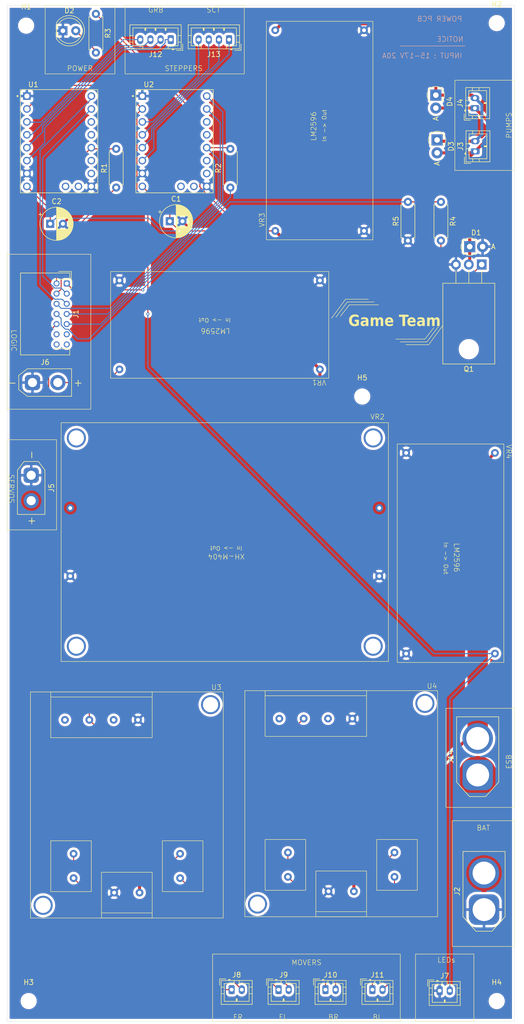
<source format=kicad_pcb>
(kicad_pcb (version 20240108) (generator "pcbnew") (generator_version "8.0")
  (layers (0 "F.Cu" signal) (31 "B.Cu" signal) (34 "B.Paste" user) (35 "F.Paste" user) (36 "B.SilkS" user "B.Silkscreen") (37 "F.SilkS" user "F.Silkscreen") (38 "B.Mask" user) (39 "F.Mask" user) (44 "Edge.Cuts" user))
  (net 0 "")
  (net 1 "GND")
  (net 2 "+12V")
  (net 3 "Net-(D1-K)")
  (net 4 "Net-(D2-A)")
  (net 5 "/grb-dir")
  (net 6 "/sc-step")
  (net 7 "/sc-rx")
  (net 8 "/grb-rx")
  (net 10 "/pump-rly")
  (net 11 "/sc-dir")
  (net 13 "/grb-tx")
  (net 16 "/grb-step")
  (net 17 "/sbr")
  (net 18 "/sc-tx")
  (net 19 "Net-(J14-Pin_1)")
  (net 20 "+5VPWR")
  (net 21 "+5V")
  (net 22 "+16.8V")
  (net 23 "+9V")
  (net 24 "Net-(Q1-G)")
  (net 25 "Net-(J8-Pin_1)")
  (net 26 "Net-(J8-Pin_2)")
  (net 27 "Net-(J9-Pin_2)")
  (net 28 "Net-(J9-Pin_1)")
  (net 29 "Net-(J10-Pin_2)")
  (net 30 "Net-(J10-Pin_1)")
  (net 31 "Net-(J11-Pin_1)")
  (net 32 "Net-(J11-Pin_2)")
  (net 33 "Net-(J12-Pin_3)")
  (net 34 "Net-(J12-Pin_1)")
  (net 35 "Net-(J12-Pin_4)")
  (net 36 "Net-(J12-Pin_2)")
  (net 37 "Net-(J13-Pin_2)")
  (net 38 "Net-(J13-Pin_3)")
  (net 39 "Net-(J13-Pin_1)")
  (net 40 "Net-(J13-Pin_4)")
  (footprint "MountingHole:MountingHole_2.7mm_M2.5" (layer "F.Cu") (at 242.75 234.25)
    (property "Reference" "H4" (at 0 -3.7 0) (layer "F.SilkS"))
    (property "Value" "MountingHole")
    (pad "" np_thru_hole circle (at 0 0) (size 2.7 2.7) (drill 2.7) (layers "*.Cu" "*.Mask"))
  )
  (footprint "Diode_THT:D_DO-41_SOD81_P2.54mm_Vertical_AnodeUp" (layer "F.Cu") (at 231 64.75 -90)
    (property "Reference" "D3" (at 1.27 -2.750635 -90) (layer "F.SilkS"))
    (property "Value" "IN4007")
    (fp_text user "A" (at 4.64 0 -90) (layer "F.SilkS"))
    (pad "1" thru_hole rect (at 0 0 270) (size 2.2 2.2) (drill 1.1) (layers "*.Cu" "*.Mask") (net 2 "+12V"))
    (pad "2" thru_hole oval (at 2.54 0 270) (size 2.2 2.2) (drill 1.1) (layers "*.Cu" "*.Mask") (net 3 "Net-(D1-K)"))
  )
  (footprint "Connector_JST:JST_PH_B2B-PH-K_1x02_P2.00mm_Vertical" (layer "F.Cu") (at 238.5 67 90)
    (property "Reference" "J3" (at 1 -2.9 90) (layer "F.SilkS"))
    (property "Value" "B2B-PH")
    (pad "1" thru_hole roundrect (at 0 0 90) (size 1.2 1.75) (drill 0.75) (layers "*.Cu" "*.Mask") (roundrect_rratio 0.208333) (net 3 "Net-(D1-K)"))
    (pad "2" thru_hole oval (at 2 0 90) (size 1.2 1.75) (drill 0.75) (layers "*.Cu" "*.Mask") (net 2 "+12V"))
  )
  (footprint "MountingHole:MountingHole_2.7mm_M2.5" (layer "F.Cu") (at 216.25 115.25)
    (property "Reference" "H5" (at 0 -3.7 0) (layer "F.SilkS"))
    (property "Value" "MountingHole")
    (pad "" np_thru_hole circle (at 0 0) (size 2.7 2.7) (drill 2.7) (layers "*.Cu" "*.Mask"))
  )
  (footprint "Package_TO_SOT_THT:TO-220-3_Horizontal_TabDown" (layer "F.Cu") (at 239.79 89.27 180)
    (property "Reference" "Q1" (at 2.54 -20.58 0) (layer "F.SilkS"))
    (property "Value" "IRLZ44N" (hide yes))
    (pad "" np_thru_hole circle (at 2.54 -16.66 180) (size 3.5 3.5) (drill 3.5) (layers "*.Cu" "*.Mask"))
    (pad "1" thru_hole rect (at 0 0 180) (size 1.905 2) (drill 1.1) (layers "*.Cu" "*.Mask") (net 24 "Net-(Q1-G)"))
    (pad "2" thru_hole oval (at 2.54 0 180) (size 1.905 2) (drill 1.1) (layers "*.Cu" "*.Mask") (net 3 "Net-(D1-K)"))
    (pad "3" thru_hole oval (at 5.08 0 180) (size 1.905 2) (drill 1.1) (layers "*.Cu" "*.Mask") (net 1 "GND"))
  )
  (footprint "Connector_JST:JST_PH_B2B-PH-K_1x02_P2.00mm_Vertical" (layer "F.Cu") (at 190.5 232)
    (property "Reference" "J8" (at 1 -2.9 0) (layer "F.SilkS"))
    (property "Value" "B2B-PH")
    (pad "1" thru_hole roundrect (at 0 0) (size 1.2 1.75) (drill 0.75) (layers "*.Cu" "*.Mask") (roundrect_rratio 0.208333) (net 25 "Net-(J8-Pin_1)"))
    (pad "2" thru_hole oval (at 2 0) (size 1.2 1.75) (drill 0.75) (layers "*.Cu" "*.Mask") (net 26 "Net-(J8-Pin_2)"))
  )
  (footprint "Connector_JST:JST_PH_B2B-PH-K_1x02_P2.00mm_Vertical" (layer "F.Cu") (at 218.25 232)
    (property "Reference" "J11" (at 1 -2.9 0) (layer "F.SilkS"))
    (property "Value" "B2B-PH")
    (pad "1" thru_hole roundrect (at 0 0) (size 1.2 1.75) (drill 0.75) (layers "*.Cu" "*.Mask") (roundrect_rratio 0.208333) (net 31 "Net-(J11-Pin_1)"))
    (pad "2" thru_hole oval (at 2 0) (size 1.2 1.75) (drill 0.75) (layers "*.Cu" "*.Mask") (net 32 "Net-(J11-Pin_2)"))
  )
  (footprint "MountingHole:MountingHole_2.7mm_M2.5" (layer "F.Cu") (at 150.5 234.25)
    (property "Reference" "H3" (at 0 -3.7 0) (layer "F.SilkS"))
    (property "Value" "MountingHole")
    (pad "" np_thru_hole circle (at 0 0) (size 2.7 2.7) (drill 2.7) (layers "*.Cu" "*.Mask"))
  )
  (footprint "Connector_JST:JST_PH_B2B-PH-K_1x02_P2.00mm_Vertical" (layer "F.Cu") (at 231.5 232.2)
    (property "Reference" "J7" (at 1 -2.9 0) (layer "F.SilkS"))
    (property "Value" "B2B-PH")
    (pad "1" thru_hole roundrect (at 0 0) (size 1.2 1.75) (drill 0.75) (layers "*.Cu" "*.Mask") (roundrect_rratio 0.208333) (net 1 "GND"))
    (pad "2" thru_hole oval (at 2 0) (size 1.2 1.75) (drill 0.75) (layers "*.Cu" "*.Mask") (net 21 "+5V"))
  )
  (footprint "Project:TMC2209" (layer "F.Cu") (at 179.25 65)
    (property "Reference" "U2" (at -5.075 -11.155 0) (layer "F.SilkS"))
    (property "Value" "BigTreeTechV1.3_Module")
    (pad "1" thru_hole circle (at 6.35 8.89) (size 1.508 1.508) (drill 1) (layers "*.Cu" "*.Mask") (net 1 "GND"))
    (pad "2" thru_hole circle (at 6.35 6.35) (size 1.508 1.508) (drill 1) (layers "*.Cu" "*.Mask"))
    (pad "3" thru_hole circle (at 6.35 3.81) (size 1.508 1.508) (drill 1) (layers "*.Cu" "*.Mask"))
    (pad "4" thru_hole circle (at 6.35 1.27) (size 1.508 1.508) (drill 1) (layers "*.Cu" "*.Mask") (net 18 "/sc-tx"))
    (pad "5" thru_hole circle (at 6.35 -1.27) (size 1.508 1.508) (drill 1) (layers "*.Cu" "*.Mask"))
    (pad "6" thru_hole circle (at 6.35 -3.81) (size 1.508 1.508) (drill 1) (layers "*.Cu" "*.Mask"))
    (pad "7" thru_hole circle (at 6.35 -6.35) (size 1.508 1.508) (drill 1) (layers "*.Cu" "*.Mask") (net 6 "/sc-step"))
    (pad "8" thru_hole circle (at 6.35 -8.89) (size 1.508 1.508) (drill 1) (layers "*.Cu" "*.Mask") (net 11 "/sc-dir"))
    (pad "9" thru_hole circle (at -6.35 8.89) (size 1.508 1.508) (drill 1) (layers "*.Cu" "*.Mask") (net 22 "+16.8V"))
    (pad "10" thru_hole circle (at -6.35 6.35) (size 1.508 1.508) (drill 1) (layers "*.Cu" "*.Mask") (net 1 "GND"))
    (pad "11" thru_hole circle (at -6.35 3.81) (size 1.508 1.508) (drill 1) (layers "*.Cu" "*.Mask") (net 39 "Net-(J13-Pin_1)"))
    (pad "12" thru_hole circle (at -6.35 1.27) (size 1.508 1.508) (drill 1) (layers "*.Cu" "*.Mask") (net 37 "Net-(J13-Pin_2)"))
    (pad "13" thru_hole circle (at -6.35 -1.27) (size 1.508 1.508) (drill 1) (layers "*.Cu" "*.Mask") (net 38 "Net-(J13-Pin_3)"))
    (pad "14" thru_hole circle (at -6.35 -3.81) (size 1.508 1.508) (drill 1) (layers "*.Cu" "*.Mask") (net 40 "Net-(J13-Pin_4)"))
    (pad "15" thru_hole circle (at -6.35 -6.35) (size 1.508 1.508) (drill 1) (layers "*.Cu" "*.Mask") (net 21 "+5V"))
    (pad "16" thru_hole rect (at -6.35 -8.89) (size 1.508 1.508) (drill 1) (layers "*.Cu" "*.Mask") (net 1 "GND"))
    (pad "17" thru_hole circle (at 3.81 8.89) (size 1.508 1.508) (drill 1) (layers "*.Cu" "*.Mask"))
    (pad "18" thru_hole circle (at 1.27 8.89) (size 1.508 1.508) (drill 1) (layers "*.Cu" "*.Mask"))
  )
  (footprint "Diode_THT:D_DO-41_SOD81_P2.54mm_Vertical_AnodeUp" (layer "F.Cu") (at 237.428234 85.75)
    (property "Reference" "D1" (at 1.27 -2.750635 0) (layer "F.SilkS"))
    (property "Value" "IN4007")
    (fp_text user "A" (at 4.64 0 0) (layer "F.SilkS"))
    (pad "1" thru_hole rect (at 0 0) (size 2.2 2.2) (drill 1.1) (layers "*.Cu" "*.Mask") (net 3 "Net-(D1-K)"))
    (pad "2" thru_hole oval (at 2.54 0) (size 2.2 2.2) (drill 1.1) (layers "*.Cu" "*.Mask") (net 1 "GND"))
  )
  (footprint "Resistor_THT:R_Axial_DIN0207_L6.3mm_D2.5mm_P7.62mm_Horizontal" (layer "F.Cu") (at 225.25 84.56 90)
    (property "Reference" "R5" (at 3.81 -2.37 90) (layer "F.SilkS"))
    (property "Value" "10k")
    (pad "1" thru_hole circle (at 0 0 90) (size 1.6 1.6) (drill 0.8) (layers "*.Cu" "*.Mask") (net 1 "GND"))
    (pad "2" thru_hole oval (at 7.62 0 90) (size 1.6 1.6) (drill 0.8) (layers "*.Cu" "*.Mask") (net 10 "/pump-rly"))
  )
  (footprint "Capacitor_THT:CP_Radial_D6.3mm_P2.50mm" (layer "F.Cu") (at 178.317621 80.75)
    (property "Reference" "C1" (at 1.25 -4.4 0) (layer "F.SilkS"))
    (property "Value" "100uF")
    (pad "1" thru_hole rect (at 0 0) (size 1.6 1.6) (drill 0.8) (layers "*.Cu" "*.Mask") (net 22 "+16.8V"))
    (pad "2" thru_hole circle (at 2.5 0) (size 1.6 1.6) (drill 0.8) (layers "*.Cu" "*.Mask") (net 1 "GND"))
  )
  (footprint "Connector_JST:JST_PHD_S14B-PHDSS_2x07_P2.00mm_Horizontal" (layer "F.Cu") (at 158 93 -90)
    (property "Reference" "J1" (at 6 -1.8 90) (layer "F.SilkS"))
    (property "Value" "B14B-PHDSS")
    (pad "1" thru_hole roundrect (at 0 0 270) (size 1.2 1.2) (drill 0.75) (layers "*.Cu" "*.Mask") (roundrect_rratio 0.208333) (net 10 "/pump-rly"))
    (pad "2" thru_hole circle (at 0 2 270) (size 1.2 1.2) (drill 0.75) (layers "*.Cu" "*.Mask") (net 13 "/grb-tx"))
    (pad "3" thru_hole circle (at 2 0 270) (size 1.2 1.2) (drill 0.75) (layers "*.Cu" "*.Mask") (net 16 "/grb-step"))
    (pad "4" thru_hole circle (at 2 2 270) (size 1.2 1.2) (drill 0.75) (layers "*.Cu" "*.Mask") (net 8 "/grb-rx"))
    (pad "5" thru_hole circle (at 4 0 270) (size 1.2 1.2) (drill 0.75) (layers "*.Cu" "*.Mask") (net 5 "/grb-dir"))
    (pad "6" thru_hole circle (at 4 2 270) (size 1.2 1.2) (drill 0.75) (layers "*.Cu" "*.Mask") (net 18 "/sc-tx"))
    (pad "7" thru_hole circle (at 6 0 270) (size 1.2 1.2) (drill 0.75) (layers "*.Cu" "*.Mask") (net 6 "/sc-step"))
    (pad "8" thru_hole circle (at 6 2 270) (size 1.2 1.2) (drill 0.75) (layers "*.Cu" "*.Mask") (net 7 "/sc-rx"))
    (pad "9" thru_hole circle (at 8 0 270) (size 1.2 1.2) (drill 0.75) (layers "*.Cu" "*.Mask") (net 11 "/sc-dir"))
    (pad "10" thru_hole circle (at 8 2 270) (size 1.2 1.2) (drill 0.75) (layers "*.Cu" "*.Mask") (net 17 "/sbr"))
    (pad "11" thru_hole circle (at 10 0 270) (size 1.2 1.2) (drill 0.75) (layers "*.Cu" "*.Mask"))
    (pad "12" thru_hole circle (at 10 2 270) (size 1.2 1.2) (drill 0.75) (layers "*.Cu" "*.Mask"))
    (pad "13" thru_hole circle (at 12 0 270) (size 1.2 1.2) (drill 0.75) (layers "*.Cu" "*.Mask"))
    (pad "14" thru_hole circle (at 12 2 270) (size 1.2 1.2) (drill 0.75) (layers "*.Cu" "*.Mask"))
  )
  (footprint "Connector_AMASS:AMASS_XT30UPB-M_1x02_P5.0mm_Vertical" (layer "F.Cu") (at 151 130.75 -90)
    (property "Reference" "J5" (at 2.5 -4 90) (layer "F.SilkS"))
    (property "Value" "XT30")
    (fp_text user "+" (at 9 0 90) (layer "F.SilkS") (effects (font (size 1.5 1.5))))
    (fp_text user "-" (at -4 0 90) (layer "F.SilkS") (effects (font (size 1.5 1.5))))
    (pad "1" thru_hole roundrect (at 0 0 270) (size 3 3) (drill 1.8) (layers "*.Cu" "*.Mask") (net 1 "GND"))
    (pad "2" thru_hole circle (at 5 0 270) (size 3 3) (drill 1.8) (layers "*.Cu" "*.Mask") (net 20 "+5VPWR"))
  )
  (footprint "Project:LM2596" (layer "F.Cu") (at 244.15 124.6 -90)
    (property "Reference" "VR4" (at 1.5 -1 -90) (layer "F.SilkS") (effects (font (thickness 0.1))))
    (property "Value" "LM2596")
    (fp_text user "LM2596" (at 19.4 9.9 -90) (layer "F.SilkS") (effects (font (thickness 0.1)) (justify left bottom)))
    (fp_text user "In -> Out" (at 19.25 11.9 -90) (layer "F.SilkS") (effects (font (size 0.8 0.8) (thickness 0.1)) (justify left bottom)))
    (pad "1" thru_hole circle (at 1.75 19.25 270) (size 1.524 1.524) (drill 0.762) (layers "*.Cu" "*.Mask") (net 1 "GND"))
    (pad "2" thru_hole circle (at 1.75 1.75 270) (size 1.524 1.524) (drill 0.762) (layers "*.Cu" "*.Mask") (net 22 "+16.8V"))
    (pad "3" thru_hole circle (at 41.25 19.25 270) (size 1.524 1.524) (drill 0.762) (layers "*.Cu" "*.Mask") (net 1 "GND"))
    (pad "4" thru_hole circle (at 41.25 1.75 270) (size 1.524 1.524) (drill 0.762) (layers "*.Cu" "*.Mask") (net 21 "+5V"))
  )
  (footprint "Connector_JST:JST_PH_B2B-PH-K_1x02_P2.00mm_Vertical" (layer "F.Cu") (at 209 232)
    (property "Reference" "J10" (at 1 -2.9 0) (layer "F.SilkS"))
    (property "Value" "B2B-PH")
    (pad "1" thru_hole roundrect (at 0 0) (size 1.2 1.75) (drill 0.75) (layers "*.Cu" "*.Mask") (roundrect_rratio 0.208333) (net 30 "Net-(J10-Pin_1)"))
    (pad "2" thru_hole oval (at 2 0) (size 1.2 1.75) (drill 0.75) (layers "*.Cu" "*.Mask") (net 29 "Net-(J10-Pin_2)"))
  )
  (footprint "Connector_JST:JST_PH_B2B-PH-K_1x02_P2.00mm_Vertical" (layer "F.Cu") (at 199.75 232)
    (property "Reference" "J9" (at 1 -2.9 0) (layer "F.SilkS"))
    (property "Value" "B2B-PH")
    (pad "1" thru_hole roundrect (at 0 0) (size 1.2 1.75) (drill 0.75) (layers "*.Cu" "*.Mask") (roundrect_rratio 0.208333) (net 28 "Net-(J9-Pin_1)"))
    (pad "2" thru_hole oval (at 2 0) (size 1.2 1.75) (drill 0.75) (layers "*.Cu" "*.Mask") (net 27 "Net-(J9-Pin_2)"))
  )
  (footprint "Resistor_THT:R_Axial_DIN0207_L6.3mm_D2.5mm_P7.62mm_Horizontal" (layer "F.Cu") (at 190.25 74.12 90)
    (property "Reference" "R2" (at 3.81 -2.37 90) (layer "F.SilkS"))
    (property "Value" "10k")
    (pad "1" thru_hole circle (at 0 0 90) (size 1.6 1.6) (drill 0.8) (layers "*.Cu" "*.Mask") (net 7 "/sc-rx"))
    (pad "2" thru_hole oval (at 7.62 0 90) (size 1.6 1.6) (drill 0.8) (layers "*.Cu" "*.Mask") (net 18 "/sc-tx"))
  )
  (footprint "Resistor_THT:R_Axial_DIN0207_L6.3mm_D2.5mm_P7.62mm_Horizontal" (layer "F.Cu") (at 231.75 76.94 -90)
    (property "Reference" "R4" (at 3.81 -2.37 90) (layer "F.SilkS"))
    (property "Value" "220")
    (pad "1" thru_hole circle (at 0 0 270) (size 1.6 1.6) (drill 0.8) (layers "*.Cu" "*.Mask") (net 10 "/pump-rly"))
    (pad "2" thru_hole oval (at 7.62 0 270) (size 1.6 1.6) (drill 0.8) (layers "*.Cu" "*.Mask") (net 24 "Net-(Q1-G)"))
  )
  (footprint "Connector_AMASS:AMASS_XT60-M_1x02_P7.20mm_Vertical" (layer "F.Cu") (at 239 189.75 90)
    (property "Reference" "J14" (at 3.6 -5.3 -90) (layer "F.SilkS"))
    (property "Value" "XT60")
    (pad "1" thru_hole roundrect (at 0 0 90) (size 6 6) (drill 4.5) (layers "*.Cu" "*.Mask") (net 19 "Net-(J14-Pin_1)"))
    (pad "2" thru_hole circle (at 7.2 0 90) (size 6 6) (drill 4.5) (layers "*.Cu" "*.Mask") (net 22 "+16.8V"))
  )
  (footprint "Project:TMC2209" (layer "F.Cu") (at 156.5 65)
    (property "Reference" "U1" (at -5.075 -11.155 0) (layer "F.SilkS"))
    (property "Value" "BigTreeTechV1.3_Module")
    (pad "1" thru_hole circle (at 6.35 8.89) (size 1.508 1.508) (drill 1) (layers "*.Cu" "*.Mask") (net 1 "GND"))
    (pad "2" thru_hole circle (at 6.35 6.35) (size 1.508 1.508) (drill 1) (layers "*.Cu" "*.Mask"))
    (pad "3" thru_hole circle (at 6.35 3.81) (size 1.508 1.508) (drill 1) (layers "*.Cu" "*.Mask"))
    (pad "4" thru_hole circle (at 6.35 1.27) (size 1.508 1.508) (drill 1) (layers "*.Cu" "*.Mask") (net 13 "/grb-tx"))
    (pad "5" thru_hole circle (at 6.35 -1.27) (size 1.508 1.508) (drill 1) (layers "*.Cu" "*.Mask"))
    (pad "6" thru_hole circle (at 6.35 -3.81) (size 1.508 1.508) (drill 1) (layers "*.Cu" "*.Mask"))
    (pad "7" thru_hole circle (at 6.35 -6.35) (size 1.508 1.508) (drill 1) (layers "*.Cu" "*.Mask") (net 16 "/grb-step"))
    (pad "8" thru_hole circle (at 6.35 -8.89) (size 1.508 1.508) (drill 1) (layers "*.Cu" "*.Mask") (net 5 "/grb-dir"))
    (pad "9" thru_hole circle (at -6.35 8.89) (size 1.508 1.508) (drill 1) (layers "*.Cu" "*.Mask") (net 22 "+16.8V"))
    (pad "10" thru_hole circle (at -6.35 6.35) (size 1.508 1.508) (drill 1) (layers "*.Cu" "*.Mask") (net 1 "GND"))
    (pad "11" thru_hole circle (at -6.35 3.81) (size 1.508 1.508) (drill 1) (layers "*.Cu" "*.Mask") (net 34 "Net-(J12-Pin_1)"))
    (pad "12" thru_hole circle (at -6.35 1.27) (size 1.508 1.508) (drill 1) (layers "*.Cu" "*.Mask") (net 36 "Net-(J12-Pin_2)"))
    (pad "13" thru_hole circle (at -6.35 -1.27) (size 1.508 1.508) (drill 1) (layers "*.Cu" "*.Mask") (net 33 "Net-(J12-Pin_3)"))
    (pad "14" thru_hole circle (at -6.35 -3.81) (size 1.508 1.508) (drill 1) (layers "*.Cu" "*.Mask") (net 35 "Net-(J12-Pin_4)"))
    (pad "15" thru_hole circle (at -6.35 -6.35) (size 1.508 1.508) (drill 1) (layers "*.Cu" "*.Mask") (net 21 "+5V"))
    (pad "16" thru_hole rect (at -6.35 -8.89) (size 1.508 1.508) (drill 1) (layers "*.Cu" "*.Mask") (net 1 "GND"))
    (pad "17" thru_hole circle (at 3.81 8.89) (size 1.508 1.508) (drill 1) (layers "*.Cu" "*.Mask"))
    (pad "18" thru_hole circle (at 1.27 8.89) (size 1.508 1.508) (drill 1) (layers "*.Cu" "*.Mask"))
  )
  (footprint "Project:LM2596" (layer "F.Cu") (at 209.65 111.65 180)
    (property "Reference" "VR1" (at 1.9 -0.85 180) (layer "F.SilkS") (effects (font (thickness 0.1))))
    (property "Value" "LM2596")
    (fp_text user "LM2596" (at 19.4 9.9 180) (layer "F.SilkS") (effects (font (thickness 0.1)) (justify left bottom)))
    (fp_text user "In -> Out" (at 19.25 11.9 180) (layer "F.SilkS") (effects (font (size 0.8 0.8) (thickness 0.1)) (justify left bottom)))
    (pad "1" thru_hole circle (at 1.75 19.25 180) (size 1.524 1.524) (drill 0.762) (layers "*.Cu" "*.Mask") (net 1 "GND"))
    (pad "2" thru_hole circle (at 1.75 1.75 180) (size 1.524 1.524) (drill 0.762) (layers "*.Cu" "*.Mask") (net 22 "+16.8V"))
    (pad "3" thru_hole circle (at 41.25 19.25 180) (size 1.524 1.524) (drill 0.762) (layers "*.Cu" "*.Mask") (net 1 "GND"))
    (pad "4" thru_hole circle (at 41.25 1.75 180) (size 1.524 1.524) (drill 0.762) (layers "*.Cu" "*.Mask") (net 23 "+9V"))
  )
  (footprint "Resistor_THT:R_Axial_DIN0207_L6.3mm_D2.5mm_P7.62mm_Horizontal" (layer "F.Cu") (at 167.75 74.12 90)
    (property "Reference" "R1" (at 3.81 -2.37 90) (layer "F.SilkS"))
    (property "Value" "10k")
    (pad "1" thru_hole circle (at 0 0 90) (size 1.6 1.6) (drill 0.8) (layers "*.Cu" "*.Mask") (net 8 "/grb-rx"))
    (pad "2" thru_hole oval (at 7.62 0 90) (size 1.6 1.6) (drill 0.8) (layers "*.Cu" "*.Mask") (net 13 "/grb-tx"))
  )
  (footprint "LED_THT:LED_D5.0mm" (layer "F.Cu") (at 157.25 43.25)
    (property "Reference" "D2" (at 1.27 -3.96 0) (layer "F.SilkS"))
    (property "Value" "LED")
    (pad "1" thru_hole rect (at 0 0) (size 1.8 1.8) (drill 0.9) (layers "*.Cu" "*.Mask") (net 1 "GND"))
    (pad "2" thru_hole circle (at 2.54 0) (size 1.8 1.8) (drill 0.9) (layers "*.Cu" "*.Mask") (net 4 "Net-(D2-A)"))
  )
  (footprint "Connector_JST:JST_PH_B4B-PH-K_1x04_P2.00mm_Vertical" (layer "F.Cu") (at 190 45 180)
    (property "Reference" "J13" (at 3 -2.9 0) (layer "F.SilkS"))
    (property "Value" "B4B-PH")
    (pad "1" thru_hole roundrect (at 0 0 180) (size 1.2 1.75) (drill 0.75) (layers "*.Cu" "*.Mask") (roundrect_rratio 0.208333) (net 39 "Net-(J13-Pin_1)"))
    (pad "2" thru_hole oval (at 2 0 180) (size 1.2 1.75) (drill 0.75) (layers "*.Cu" "*.Mask") (net 37 "Net-(J13-Pin_2)"))
    (pad "3" thru_hole oval (at 4 0 180) (size 1.2 1.75) (drill 0.75) (layers "*.Cu" "*.Mask") (net 38 "Net-(J13-Pin_3)"))
    (pad "4" thru_hole oval (at 6 0 180) (size 1.2 1.75) (drill 0.75) (layers "*.Cu" "*.Mask") (net 40 "Net-(J13-Pin_4)"))
  )
  (footprint "MountingHole:MountingHole_2.7mm_M2.5" (layer "F.Cu") (at 150 42.25)
    (property "Reference" "H1" (at 0 -3.7 0) (layer "F.SilkS"))
    (property "Value" "MountingHole")
    (pad "" np_thru_hole circle (at 0 0) (size 2.7 2.7) (drill 2.7) (layers "*.Cu" "*.Mask"))
  )
  (footprint "Connector_AMASS:AMASS_XT60-M_1x02_P7.20mm_Vertical" (layer "F.Cu") (at 240.25 216.25 90)
    (property "Reference" "J2" (at 3.6 -5.3 90) (layer "F.SilkS"))
    (property "Value" "XT60")
    (pad "1" thru_hole roundrect (at 0 0 90) (size 6 6) (drill 4.5) (layers "*.Cu" "*.Mask") (net 1 "GND"))
    (pad "2" thru_hole circle (at 7.2 0 90) (size 6 6) (drill 4.5) (layers "*.Cu" "*.Mask") (net 19 "Net-(J14-Pin_1)"))
  )
  (footprint "Project:LM2596" (layer "F.Cu") (at 197.35 84.4 90)
    (property "Reference" "VR3" (at 3.9 -0.85 90) (layer "F.SilkS") (effects (font (thickness 0.1))))
    (property "Value" "LM2596")
    (fp_text user "In -> Out" (at 19.25 11.9 90) (layer "F.SilkS") (effects (font (size 0.8 0.8) (thickness 0.1)) (justify left bottom)))
    (fp_text user "LM2596" (at 19.4 9.9 90) (layer "F.SilkS") (effects (font (thickness 0.1)) (justify left bottom)))
    (pad "1" thru_hole circle (at 1.75 19.25 90) (size 1.524 1.524) (drill 0.762) (layers "*.Cu" "*.Mask") (net 1 "GND"))
    (pad "2" thru_hole circle (at 1.75 1.75 90) (size 1.524 1.524) (drill 0.762) (layers "*.Cu" "*.Mask") (net 22 "+16.8V"))
    (pad "3" thru_hole circle (at 41.25 19.25 90) (size 1.524 1.524) (drill 0.762) (layers "*.Cu" "*.Mask") (net 1 "GND"))
    (pad "4" thru_hole circle (at 41.25 1.75 90) (size 1.524 1.524) (drill 0.762) (layers "*.Cu" "*.Mask") (net 2 "+12V"))
  )
  (footprint "MountingHole:MountingHole_2.7mm_M2.5" (layer "F.Cu") (at 242.75 41.75)
    (property "Reference" "H2" (at 0 -3.7 0) (layer "F.SilkS"))
    (property "Value" "MountingHole")
    (pad "" np_thru_hole circle (at 0 0) (size 2.7 2.7) (drill 2.7) (layers "*.Cu" "*.Mask"))
  )
  (footprint "Project:XHM404_Module" (layer "F.Cu") (at 221.4 167.4 180)
    (property "Reference" "VR2" (at 2.15 48.15 0) (layer "F.SilkS") (effects (font (thickness 0.1))))
    (property "Value" "XH-M404")
    (fp_text user "XH-M404" (at 28.25 21.25 180) (layer "F.SilkS") (effects (font (thickness 0.1)) (justify left bottom)))
    (fp_text user "In -> Out" (at 28.75 22.75 180) (layer "F.SilkS") (effects (font (size 0.8 0.8) (thickness 0.1)) (justify left bottom)))
    (pad "" thru_hole circle (at 3 3 180) (size 3.762 3.762) (drill 3) (layers "*.Cu" "*.Mask"))
    (pad "" thru_hole circle (at 3 44 180) (size 3.762 3.762) (drill 3) (layers "*.Cu" "*.Mask"))
    (pad "" thru_hole circle (at 61.5 3 180) (size 3.762 3.762) (drill 3) (layers "*.Cu" "*.Mask"))
    (pad "" thru_hole circle (at 61.5 44 180) (size 3.762 3.762) (drill 3) (layers "*.Cu" "*.Mask"))
    (pad "1" thru_hole circle (at 1.8 16.8 180) (size 1.524 1.524) (drill 0.762) (layers "*.Cu" "*.Mask") (net 1 "GND"))
    (pad "2" thru_hole circle (at 1.8 30.2 180) (size 1.524 1.524) (drill 0.762) (layers "*.Cu" "*.Mask") (net 22 "+16.8V"))
    (pad "3" thru_hole circle (at 62.7 16.8 180) (size 1.524 1.524) (drill 0.762) (layers "*.Cu" "*.Mask") (net 1 "GND"))
    (pad "4" thru_hole circle (at 62.7 30.2 180) (size 1.524 1.524) (drill 0.762) (layers "*.Cu" "*.Mask") (net 20 "+5VPWR"))
  )
  (footprint "Capacitor_THT:CP_Radial_D6.3mm_P2.50mm" (layer "F.Cu") (at 154.75 81.25)
    (property "Reference" "C2" (at 1.25 -4.4 0) (layer "F.SilkS"))
    (property "Value" "100uF")
    (pad "1" thru_hole rect (at 0 0) (size 1.6 1.6) (drill 0.8) (layers "*.Cu" "*.Mask") (net 22 "+16.8V"))
    (pad "2" thru_hole circle (at 2.5 0) (size 1.6 1.6) (drill 0.8) (layers "*.Cu" "*.Mask") (net 1 "GND"))
  )
  (footprint "Connector_AMASS:AMASS_XT30UPB-M_1x02_P5.0mm_Vertical" (layer "F.Cu") (at 151.25 112.5)
    (property "Reference" "J6" (at 2.5 -4 0) (layer "F.SilkS"))
    (property "Value" "XT30")
    (fp_text user "+" (at 9 0 0) (layer "F.SilkS") (effects (font (size 1.5 1.5))))
    (fp_text user "-" (at -4 0 0) (layer "F.SilkS") (effects (font (size 1.5 1.5))))
    (pad "1" thru_hole roundrect (at 0 0) (size 3 3) (drill 1.8) (layers "*.Cu" "*.Mask") (net 1 "GND"))
    (pad "2" thru_hole circle (at 5 0) (size 3 3) (drill 1.8) (layers "*.Cu" "*.Mask") (net 23 "+9V"))
  )
  (footprint "Project:Sabertooth_2X5" (layer "F.Cu") (at 150.85 217.9 90)
    (property "Reference" "U3" (at 45.4 36.65 0) (layer "F.SilkS") (effects (font (thickness 0.1))))
    (property "Value" "SBR-L")
    (pad "" thru_hole circle (at 2.5 2.5 90) (size 3.762 3.762) (drill 3) (layers "*.Cu" "B.Mask"))
    (pad "" thru_hole circle (at 42 35.5 90) (size 3.762 3.762) (drill 3) (layers "*.Cu" "B.Mask"))
    (pad "1" thru_hole circle (at 5 16.5 90) (size 1.524 1.524) (drill 0.762) (layers "*.Cu" "B.Mask") (net 1 "GND"))
    (pad "2" thru_hole circle (at 5 21.5 90) (size 1.524 1.524) (drill 0.762) (layers "*.Cu" "B.Mask") (net 22 "+16.8V"))
    (pad "3" thru_hole circle (at 39 21.2 90) (size 1.524 1.524) (drill 0.762) (layers "*.Cu" "B.Mask") (net 1 "GND"))
    (pad "4" thru_hole circle (at 39 16.4 90) (size 1.524 1.524) (drill 0.762) (layers "*.Cu" "B.Mask"))
    (pad "5" thru_hole circle (at 39 11.6 90) (size 1.524 1.524) (drill 0.762) (layers "*.Cu" "B.Mask") (net 17 "/sbr"))
    (pad "6" thru_hole circle (at 39 6.8 90) (size 1.524 1.524) (drill 0.762) (layers "*.Cu" "B.Mask"))
    (pad "7" thru_hole circle (at 12.65 29.5 180) (size 1.524 1.524) (drill 0.762) (layers "*.Cu" "B.Mask") (net 28 "Net-(J9-Pin_1)"))
    (pad "8" thru_hole circle (at 7.85 29.5 180) (size 1.524 1.524) (drill 0.762) (layers "*.Cu" "B.Mask") (net 27 "Net-(J9-Pin_2)"))
    (pad "9" thru_hole circle (at 7.85 8.5) (size 1.524 1.524) (drill 0.762) (layers "*.Cu" "B.Mask" "Eco1.User") (net 25 "Net-(J8-Pin_1)"))
    (pad "10" thru_hole circle (at 12.65 8.5) (size 1.524 1.524) (drill 0.762) (layers "*.Cu" "B.Mask") (net 26 "Net-(J8-Pin_2)"))
  )
  (footprint "Project:Sabertooth_2X5" (layer "F.Cu") (at 193.1 217.65 90)
    (property "Reference" "U4" (at 45.4 36.9 0) (layer "F.SilkS") (effects (font (thickness 0.1))))
    (property "Value" "SBR-R")
    (pad "" thru_hole circle (at 2.5 2.5 90) (size 3.762 3.762) (drill 3) (layers "*.Cu" "B.Mask"))
    (pad "" thru_hole circle (at 42 35.5 90) (size 3.762 3.762) (drill 3) (layers "*.Cu" "B.Mask"))
    (pad "1" thru_hole circle (at 5 16.5 90) (size 1.524 1.524) (drill 0.762) (layers "*.Cu" "B.Mask") (net 1 "GND"))
    (pad "2" thru_hole circle (at 5 21.5 90) (size 1.524 1.524) (drill 0.762) (layers "*.Cu" "B.Mask") (net 22 "+16.8V"))
    (pad "3" thru_hole circle (at 39 21.2 90) (size 1.524 1.524) (drill 0.762) (layers "*.Cu" "B.Mask") (net 1 "GND"))
    (pad "4" thru_hole circle (at 39 16.4 90) (size 1.524 1.524) (drill 0.762) (layers "*.Cu" "B.Mask"))
    (pad "5" thru_hole circle (at 39 11.6 90) (size 1.524 1.524) (drill 0.762) (layers "*.Cu" "B.Mask") (net 17 "/sbr"))
    (pad "6" thru_hole circle (at 39 6.8 90) (size 1.524 1.524) (drill 0.762) (layers "*.Cu" "B.Mask"))
    (pad "7" thru_hole circle (at 12.65 29.5 180) (size 1.524 1.524) (drill 0.762) (layers "*.Cu" "B.Mask") (net 31 "Net-(J11-Pin_1)"))
    (pad "8" thru_hole circle (at 7.85 29.5 180) (size 1.524 1.524) (drill 0.762) (layers "*.Cu" "B.Mask") (net 32 "Net-(J11-Pin_2)"))
    (pad "9" thru_hole circle (at 7.85 8.5) (size 1.524 1.524) (drill 0.762) (layers "*.Cu" "B.Mask" "Eco1.User") (net 30 "Net-(J10-Pin_1)"))
    (pad "10" thru_hole circle (at 12.65 8.5) (size 1.524 1.524) (drill 0.762) (layers "*.Cu" "B.Mask") (net 29 "Net-(J10-Pin_2)"))
  )
  (footprint "Resistor_THT:R_Axial_DIN0207_L6.3mm_D2.5mm_P7.62mm_Horizontal" (layer "F.Cu") (at 163.75 39.94 -90)
    (property "Reference" "R3" (at 3.81 -2.37 90) (layer "F.SilkS"))
    (property "Value" "1.1k")
    (pad "1" thru_hole circle (at 0 0 270) (size 1.6 1.6) (drill 0.8) (layers "*.Cu" "*.Mask") (net 22 "+16.8V"))
    (pad "2" thru_hole oval (at 7.62 0 270) (size 1.6 1.6) (drill 0.8) (layers "*.Cu" "*.Mask") (net 4 "Net-(D2-A)"))
  )
  (footprint "Connector_JST:JST_PH_B4B-PH-K_1x04_P2.00mm_Vertical" (layer "F.Cu") (at 178.5 45 180)
    (property "Reference" "J12" (at 3 -2.9 0) (layer "F.SilkS"))
    (property "Value" "B4B-PH")
    (pad "1" thru_hole roundrect (at 0 0 180) (size 1.2 1.75) (drill 0.75) (layers "*.Cu" "*.Mask") (roundrect_rratio 0.208333) (net 34 "Net-(J12-Pin_1)"))
    (pad "2" thru_hole oval (at 2 0 180) (size 1.2 1.75) (drill 0.75) (layers "*.Cu" "*.Mask") (net 36 "Net-(J12-Pin_2)"))
    (pad "3" thru_hole oval (at 4 0 180) (size 1.2 1.75) (drill 0.75) (layers "*.Cu" "*.Mask") (net 33 "Net-(J12-Pin_3)"))
    (pad "4" thru_hole oval (at 6 0 180) (size 1.2 1.75) (drill 0.75) (layers "*.Cu" "*.Mask") (net 35 "Net-(J12-Pin_4)"))
  )
  (footprint "Diode_THT:D_DO-41_SOD81_P2.54mm_Vertical_AnodeUp" (layer "F.Cu") (at 230.75 55.928234 -90)
    (property "Reference" "D4" (at 1.27 -2.750635 90) (layer "F.SilkS"))
    (property "Value" "IN4007")
    (fp_text user "A" (at 4.64 0 90) (layer "F.SilkS"))
    (pad "1" thru_hole rect (at 0 0 270) (size 2.2 2.2) (drill 1.1) (layers "*.Cu" "*.Mask") (net 2 "+12V"))
    (pad "2" thru_hole oval (at 2.54 0 270) (size 2.2 2.2) (drill 1.1) (layers "*.Cu" "*.Mask") (net 3 "Net-(D1-K)"))
  )
  (footprint "Connector_JST:JST_PH_B2B-PH-K_1x02_P2.00mm_Vertical" (layer "F.Cu") (at 238.45 58.5 90)
    (property "Reference" "J4" (at 1 -2.9 90) (layer "F.SilkS"))
    (property "Value" "B2B-PH")
    (pad "1" thru_hole roundrect (at 0 0 90) (size 1.2 1.75) (drill 0.75) (layers "*.Cu" "*.Mask") (roundrect_rratio 0.208333) (net 3 "Net-(D1-K)"))
    (pad "2" thru_hole oval (at 2 0 90) (size 1.2 1.75) (drill 0.75) (layers "*.Cu" "*.Mask") (net 2 "+12V"))
  )
  (gr_line (start 223.75 46.25) (end 236.5 46.25) (stroke (width 0.1)) (layer "B.SilkS"))
  (gr_line (start 217.45 96.1) (end 212.95 96.1) (stroke (width 0.1)) (layer "F.SilkS"))
  (gr_rect (start 169.5 38.25) (end 193 51.75) (stroke (width 0.1)) (fill none) (layer "F.SilkS"))
  (gr_line (start 211.05 99.65) (end 213.3 96.65) (stroke (width 0.1)) (layer "F.SilkS"))
  (gr_line (start 213.7 97.2) (end 219.45 97.2) (stroke (width 0.1)) (layer "F.SilkS"))
  (gr_line (start 228.6 103.95) (end 222.85 103.95) (stroke (width 0.1)) (layer "F.SilkS"))
  (gr_rect (start 146.25 123.75) (end 156 141.5) (stroke (width 0.1)) (fill none) (layer "F.SilkS"))
  (gr_line (start 212.95 96.1) (end 210.2 99.85) (stroke (width 0.1)) (layer "F.SilkS"))
  (gr_rect (start 234 198.75) (end 246.25 223.5) (stroke (width 0.1)) (fill none) (layer "F.SilkS"))
  (gr_line (start 231.25 101.5) (end 229 104.5) (stroke (width 0.1)) (layer "F.SilkS"))
  (gr_rect (start 186.75 225) (end 223.75 238.25) (stroke (width 0.1)) (fill none) (layer "F.SilkS"))
  (gr_rect (start 153.75 38.25) (end 167.5 51.75) (stroke (width 0.1)) (fill none) (layer "F.SilkS"))
  (gr_line (start 211.95 99.45) (end 213.7 97.2) (stroke (width 0.1)) (layer "F.SilkS"))
  (gr_rect (start 226.75 225) (end 238.25 238.25) (stroke (width 0.1)) (fill none) (layer "F.SilkS"))
  (gr_rect (start 146.25 87.25) (end 162.75 117.75) (stroke (width 0.1)) (fill none) (layer "F.SilkS"))
  (gr_rect (start 232.75 176.625) (end 246.25 196.125) (stroke (width 0.1)) (fill none) (layer "F.SilkS"))
  (gr_line (start 230.35 101.7) (end 228.6 103.95) (stroke (width 0.1)) (layer "F.SilkS"))
  (gr_line (start 229.35 105.05) (end 232.1 101.3) (stroke (width 0.1)) (layer "F.SilkS"))
  (gr_rect (start 234.5 53) (end 246.25 70.75) (stroke (width 0.1)) (fill none) (layer "F.SilkS"))
  (gr_line (start 213.3 96.65) (end 218.55 96.65) (stroke (width 0.1)) (layer "F.SilkS"))
  (gr_line (start 224.85 105.05) (end 229.35 105.05) (stroke (width 0.1)) (layer "F.SilkS"))
  (gr_line (start 229 104.5) (end 223.75 104.5) (stroke (width 0.1)) (layer "F.SilkS"))
  (gr_rect (start 146.25 38.25) (end 246.25 238.25) (stroke (width 0.05)) (fill none) (layer "Edge.Cuts"))
  (gr_text "NOTICE\n" (at 236.25 45.5 0) (layer "B.SilkS") (effects (font (size 1 1) (thickness 0.1)) (justify left bottom mirror)))
  (gr_text "POWER PCB" (at 236 41.5 -0) (layer "B.SilkS") (effects (font (size 1 1) (thickness 0.1)) (justify left bottom mirror)))
  (gr_text "INPUT : 15-17V 20A" (at 236 48.75 0) (layer "B.SilkS") (effects (font (size 1 1) (thickness 0.1)) (justify left bottom mirror)))
  (gr_text "SERVOS" (at 146.5 130.5 -90) (layer "F.SilkS") (effects (font (size 1 1) (thickness 0.1)) (justify left bottom)))
  (gr_text "SCT" (at 185.5 39.75 0) (layer "F.SilkS") (effects (font (size 1 1) (thickness 0.1)) (justify left bottom)))
  (gr_text "BL" (at 218.25 238 0) (layer "F.SilkS") (effects (font (size 1 1) (thickness 0.1)) (justify left bottom)))
  (gr_text "POWER" (at 158 51.25 0) (layer "F.SilkS") (effects (font (size 1 1) (thickness 0.1)) (justify left bottom)))
  (gr_text "FL\n" (at 199.75 238 0) (layer "F.SilkS") (effects (font (size 1 1) (thickness 0.1)) (justify left bottom)))
  (gr_text "MOVERS" (at 202.25 227.25 0) (layer "F.SilkS") (effects (font (size 1 1) (thickness 0.1)) (justify left bottom)))
  (gr_text "BR" (at 209.5 238 0) (layer "F.SilkS") (effects (font (size 1 1) (thickness 0.1)) (justify left bottom)))
  (gr_text "LOGIC" (at 147 102 -90) (layer "F.SilkS") (effects (font (size 1 1) (thickness 0.1)) (justify left bottom)))
  (gr_text "PUMPS" (at 245.75 64.5 90) (layer "F.SilkS") (effects (font (size 1 1) (thickness 0.1)) (justify left bottom)))
  (gr_text "ESB" (at 245.75 188.625 90) (layer "F.SilkS") (effects (font (size 1 1) (thickness 0.1)) (justify left bottom)))
  (gr_text "STEPPERS" (at 177.25 51.25 0) (layer "F.SilkS") (effects (font (size 1 1) (thickness 0.1)) (justify left bottom)))
  (gr_text "GRB" (at 174 39.75 0) (layer "F.SilkS") (effects (font (size 1 1) (thickness 0.1)) (justify left bottom)))
  (gr_text "FR\n" (at 190.75 238 0) (layer "F.SilkS") (effects (font (size 1 1) (thickness 0.1)) (justify left bottom)))
  (gr_text "LEDs" (at 231 226.75 0) (layer "F.SilkS") (effects (font (size 1 1) (thickness 0.1)) (justify left bottom)))
  (gr_text "BAT" (at 238.75 200.75 0) (layer "F.SilkS") (effects (font (size 1 1) (thickness 0.1)) (justify left bottom)))
  (gr_text "Game Team" (at 213.5 101.75 0) (layer "F.SilkS") (effects (font (size 2.2 2) (thickness 0.4) (bold yes)) (justify left bottom)))
  (segment (start 158.75 145.75) (end 158.7 145.7) (width 0.2) (layer "F.Cu") (net 1))
  (segment (start 199.1 43.15) (end 200.362 41.888) (width 0.6) (layer "F.Cu") (net 2))
  (segment (start 238.5 65) (end 231.25 65) (width 0.6) (layer "F.Cu") (net 2))
  (segment (start 231.25 65) (end 231 64.75) (width 0.6) (layer "F.Cu") (net 2))
  (segment (start 218.409766 41.888) (end 230.75 54.228234) (width 0.6) (layer "F.Cu") (net 2))
  (segment (start 230.75 54.228234) (end 230.75 55.928234) (width 0.6) (layer "F.Cu") (net 2))
  (segment (start 237.878234 55.928234) (end 238.45 56.5) (width 0.6) (layer "F.Cu") (net 2))
  (segment (start 230.75 55.928234) (end 237.878234 55.928234) (width 0.6) (layer "F.Cu") (net 2))
  (segment (start 200.362 41.888) (end 218.409766 41.888) (width 0.6) (layer "F.Cu") (net 2))
  (segment (start 239.825 57.832412) (end 238.492588 56.5) (width 0.6) (layer "B.Cu") (net 2))
  (segment (start 238.492588 56.5) (end 238.45 56.5) (width 0.6) (layer "B.Cu") (net 2))
  (segment (start 238.5 65) (end 239.825 63.675) (width 0.6) (layer "B.Cu") (net 2))
  (segment (start 239.825 63.675) (end 239.825 57.832412) (width 0.6) (layer "B.Cu") (net 2))
  (segment (start 230.75 58.468234) (end 238.418234 58.468234) (width 0.6) (layer "F.Cu") (net 3))
  (segment (start 238.418234 58.468234) (end 238.45 58.5) (width 0.6) (layer "F.Cu") (net 3))
  (segment (start 237.428234 73.718234) (end 237.428234 85.75) (width 0.6) (layer "F.Cu") (net 3))
  (segment (start 231 67.29) (end 238.21 67.29) (width 0.6) (layer "F.Cu") (net 3))
  (segment (start 238.5 67) (end 237.428234 68.071766) (width 0.6) (layer "F.Cu") (net 3))
  (segment (start 241.5 64) (end 241.5 61.55) (width 0.6) (layer "F.Cu") (net 3))
  (segment (start 237.428234 85.75) (end 237.428234 89.091766) (width 0.6) (layer "F.Cu") (net 3))
  (segment (start 241.5 61.55) (end 238.45 58.5) (width 0.6) (layer "F.Cu") (net 3))
  (segment (start 237.428234 89.091766) (end 237.25 89.27) (width 0.6) (layer "F.Cu") (net 3))
  (segment (start 238.21 67.29) (end 238.5 67) (width 0.6) (layer "F.Cu") (net 3))
  (segment (start 238.5 67) (end 241.5 64) (width 0.6) (layer "F.Cu") (net 3))
  (segment (start 237.428234 68.071766) (end 237.428234 85.75) (width 0.6) (layer "F.Cu") (net 3))
  (segment (start 163.75 47.21) (end 163.75 47.56) (width 0.2) (layer "F.Cu") (net 4))
  (segment (start 159.79 43.25) (end 163.75 47.21) (width 0.2) (layer "F.Cu") (net 4))
  (segment (start 157.1 96.1) (end 158 97) (width 0.2) (layer "B.Cu") (net 5))
  (segment (start 162.85 56.11) (end 162.85 56.675686) (width 0.2) (layer "B.Cu") (net 5))
  (segment (start 155.627207 96.1) (end 157.1 96.1) (width 0.2) (layer "B.Cu") (net 5))
  (segment (start 152.75 93.222793) (end 155.627207 96.1) (width 0.2) (layer "B.Cu") (net 5))
  (segment (start 162.85 56.675686) (end 152.75 66.775686) (width 0.2) (layer "B.Cu") (net 5))
  (segment (start 152.75 66.775686) (end 152.75 93.222793) (width 0.2) (layer "B.Cu") (net 5))
  (segment (start 158 99) (end 166.118628 99) (width 0.2) (layer "B.Cu") (net 6))
  (segment (start 188.25 61.3) (end 185.6 58.65) (width 0.2) (layer "B.Cu") (net 6))
  (segment (start 166.118628 99) (end 188.25 76.868628) (width 0.2) (layer "B.Cu") (net 6))
  (segment (start 188.25 76.868628) (end 188.25 61.3) (width 0.2) (layer "B.Cu") (net 6))
  (segment (start 190.25 74.12) (end 190.25 76) (width 0.2) (layer "B.Cu") (net 7))
  (segment (start 156.9 101.172793) (end 156.9 99.9) (width 0.2) (layer "B.Cu") (net 7))
  (segment (start 160.15 103.9) (end 160.15 103.877208) (width 0.2) (layer "B.Cu") (net 7))
  (segment (start 160.15 103.877208) (end 158.272792 102) (width 0.2) (layer "B.Cu") (net 7))
  (segment (start 162.35 103.9) (end 160.15 103.9) (width 0.2) (layer "B.Cu") (net 7))
  (segment (start 158.272792 102) (end 157.727207 102) (width 0.2) (layer "B.Cu") (net 7))
  (segment (start 156.9 99.9) (end 156 99) (width 0.2) (layer "B.Cu") (net 7))
  (segment (start 190.25 76) (end 162.35 103.9) (width 0.2) (layer "B.Cu") (net 7))
  (segment (start 157.727207 102) (end 156.9 101.172793) (width 0.2) (layer "B.Cu") (net 7))
  (segment (start 156.9 84.97) (end 167.75 74.12) (width 0.2) (layer "F.Cu") (net 8))
  (segment (start 156.9 94.1) (end 156.9 84.97) (width 0.2) (layer "F.Cu") (net 8))
  (segment (start 156 95) (end 156.9 94.1) (width 0.2) (layer "F.Cu") (net 8))
  (segment (start 231.75 76.94) (end 225.25 76.94) (width 0.2) (layer "F.Cu") (net 10))
  (segment (start 159.25 94.25) (end 158 93) (width 0.2) (layer "F.Cu") (net 10))
  (segment (start 173 94.25) (end 159.25 94.25) (width 0.2) (layer "F.Cu") (net 10))
  (via (at 173 94.25) (size 0.6) (drill 0.3) (layers "F.Cu" "B.Cu") (net 10))
  (segment (start 173 94.09853) (end 190.15853 76.94) (width 0.2) (layer "B.Cu") (net 10))
  (segment (start 173 94.25) (end 173 94.09853) (width 0.2) (layer "B.Cu") (net 10))
  (segment (start 190.15853 76.94) (end 225.25 76.94) (width 0.2) (layer "B.Cu") (net 10))
  (segment (start 188.75 59.26) (end 185.6 56.11) (width 0.2) (layer "B.Cu") (net 11))
  (segment (start 164.684314 101) (end 188.75 76.934314) (width 0.2) (layer "B.Cu") (net 11))
  (segment (start 158 101) (end 164.684314 101) (width 0.2) (layer "B.Cu") (net 11))
  (segment (start 188.75 76.934314) (end 188.75 59.26) (width 0.2) (layer "B.Cu") (net 11))
  (segment (start 156 93) (end 156 73.12) (width 0.2) (layer "F.Cu") (net 13))
  (segment (start 163.08 66.5) (end 162.85 66.27) (width 0.2) (layer "F.Cu") (net 13))
  (segment (start 167.75 66.5) (end 163.08 66.5) (width 0.2) (layer "F.Cu") (net 13))
  (segment (start 156 73.12) (end 162.85 66.27) (width 0.2) (layer "F.Cu") (net 13))
  (segment (start 156.9 93.9) (end 158 95) (width 0.2) (layer "B.Cu") (net 16))
  (segment (start 153.25 68.25) (end 153.25 91.522793) (width 0.2) (layer "B.Cu") (net 16))
  (segment (start 155.627207 93.9) (end 156.9 93.9) (width 0.2) (layer "B.Cu") (net 16))
  (segment (start 162.85 58.65) (end 153.25 68.25) (width 0.2) (layer "B.Cu") (net 16))
  (segment (start 153.25 91.522793) (end 155.627207 93.9) (width 0.2) (layer "B.Cu") (net 16))
  (segment (start 162.45 129.7) (end 154.45 121.7) (width 0.2) (layer "F.Cu") (net 17))
  (segment (start 154.45 121.7) (end 154.45 102.55) (width 0.2) (layer "F.Cu") (net 17))
  (segment (start 204.7 178.65) (end 201.85 181.5) (width 0.2) (layer "F.Cu") (net 17))
  (segment (start 162.45 178.9) (end 162.45 129.7) (width 0.2) (layer "F.Cu") (net 17))
  (segment (start 201.85 181.5) (end 165.05 181.5) (width 0.2) (layer "F.Cu") (net 17))
  (segment (start 154.45 102.55) (end 156 101) (width 0.2) (layer "F.Cu") (net 17))
  (segment (start 165.05 181.5) (end 162.45 178.9) (width 0.2) (layer "F.Cu") (net 17))
  (segment (start 185.6 66.27) (end 190.02 66.27) (width 0.2) (layer "F.Cu") (net 18))
  (segment (start 190.02 66.27) (end 190.25 66.5) (width 0.2) (layer "F.Cu") (net 18))
  (segment (start 156 97) (end 156.9 97.9) (width 0.2) (layer "B.Cu") (net 18))
  (segment (start 187.85 76.702942) (end 187.85 68.52) (width 0.2) (layer "B.Cu") (net 18))
  (segment (start 166.652942 97.9) (end 187.85 76.702942) (width 0.2) (layer "B.Cu") (net 18))
  (segment (start 187.85 68.52) (end 185.6 66.27) (width 0.2) (layer "B.Cu") (net 18))
  (segment (start 156.9 97.9) (end 166.652942 97.9) (width 0.2) (layer "B.Cu") (net 18))
  (segment (start 239 189.75) (end 239 207.8) (width 7.5) (layer "F.Cu") (net 19))
  (segment (start 239 207.8) (end 240.25 209.05) (width 7.5) (layer "F.Cu") (net 19))
  (segment (start 151 135.75) (end 157.25 135.75) (width 4) (layer "F.Cu") (net 20))
  (segment (start 157.25 135.75) (end 158.7 137.2) (width 4) (layer "F.Cu") (net 20))
  (segment (start 154.8 54) (end 150.15 58.65) (width 0.2) (layer "F.Cu") (net 21))
  (segment (start 172.375291 59.174709) (end 172.9 58.65) (width 0.2) (layer "F.Cu") (net 21))
  (segment (start 172.9 58.65) (end 168.25 54) (width 0.2) (layer "F.Cu") (net 21))
  (segment (start 171.846 75.596) (end 171.846 59.654) (width 0.2) (layer "F.Cu") (net 21))
  (segment (start 168.25 54) (end 154.8 54) (width 0.2) (layer "F.Cu") (net 21))
  (segment (start 174 77.75) (end 171.846 75.596) (width 0.2) (layer "F.Cu") (net 21))
  (segment (start 242.4 165.85) (end 242.1 165.85) (width 0.2) (layer "F.Cu") (net 21))
  (segment (start 172.325291 59.174709) (end 172.375291 59.174709) (width 0.2) (layer "F.Cu") (net 21))
  (segment (start 174 99) (end 174 77.75) (width 0.2) (layer "F.Cu") (net 21))
  (segment (start 171.846 59.654) (end 172.325291 59.174709) (width 0.2) (layer "F.Cu") (net 21))
  (via (at 174 99) (size 0.6) (drill 0.3) (layers "F.Cu" "B.Cu") (net 21))
  (segment (start 221.5 157) (end 174 109.5) (width 0.2) (layer "B.Cu") (net 21))
  (segment (start 233.5 174.75) (end 242.4 165.85) (width 0.2) (layer "B.Cu") (net 21))
  (segment (start 174 109.5) (end 174 99) (width 0.2) (layer "B.Cu") (net 21))
  (segment (start 233.5 232.2) (end 233.5 174.75) (width 0.2) (layer "B.Cu") (net 21))
  (segment (start 230.35 165.85) (end 221.5 157) (width 0.2) (layer "B.Cu") (net 21))
  (segment (start 242.4 165.85) (end 230.35 165.85) (width 0.2) (layer "B.Cu") (net 21))
  (segment (start 214.6 212.65) (end 214.6 209.15) (width 0.6) (layer "F.Cu") (net 22))
  (segment (start 181.5 201.25) (end 222.5 201.25) (width 0.6) (layer "F.Cu") (net 22))
  (segment (start 178.317621 79.307621) (end 172.9 73.89) (width 0.2) (layer "F.Cu") (net 22))
  (segment (start 204.75 106.75) (end 204.75 88.3) (width 0.6) (layer "F.Cu") (net 22))
  (segment (start 154.75 78.49) (end 150.15 73.89) (width 0.2) (layer "F.Cu") (net 22))
  (segment (start 192.869418 82.65) (end 199.1 82.65) (width 0.2) (layer "F.Cu") (net 22))
  (segment (start 184.25 60.44) (end 184.25 74.030582) (width 0.2) (layer "F.Cu") (net 22))
  (segment (start 222.5 197) (end 236.95 182.55) (width 0.6) (layer "F.Cu") (net 22))
  (segment (start 207.9 125.5) (end 219.6 137.2) (width 0.6) (layer "F.Cu") (net 22))
  (segment (start 163.75 39.94) (end 184.25 60.44) (width 0.2) (layer "F.Cu") (net 22))
  (segment (start 172.35 212.9) (end 172.35 210.4) (width 0.6) (layer "F.Cu") (net 22))
  (segment (start 172.35 210.4) (end 181.5 201.25) (width 0.6) (layer "F.Cu") (net 22))
  (segment (start 207.9 109.9) (end 207.9 125.5) (width 0.6) (layer "F.Cu") (net 22))
  (segment (start 207.9 109.9) (end 204.75 106.75) (width 0.6) (layer "F.Cu") (net 22))
  (segment (start 184.25 74.030582) (end 192.869418 82.65) (width 0.2) (layer "F.Cu") (net 22))
  (segment (start 178.317621 80.75) (end 178.317621 79.307621) (width 0.2) (layer "F.Cu") (net 22))
  (segment (start 222.5 201.25) (end 222.5 197) (width 0.6) (layer "F.Cu") (net 22))
  (segment (start 219.6 137.2) (end 239 156.6) (width 4) (layer "F.Cu") (net 22))
  (segment (start 180.217621 82.65) (end 178.317621 80.75) (width 0.2) (layer "F.Cu") (net 22))
  (segment (start 239 129.75) (end 239 182.55) (width 0.6) (layer "F.Cu") (net 22))
  (segment (start 204.75 88.3) (end 199.1 82.65) (width 0.6) (layer "F.Cu") (net 22))
  (segment (start 236.95 182.55) (end 239 182.55) (width 0.6) (layer "F.Cu") (net 22))
  (segment (start 214.6 209.15) (end 222.5 201.25) (width 0.6) (layer "F.Cu") (net 22))
  (segment (start 239 182.55) (end 239 184.75) (width 0.6) (layer "F.Cu") (net 22))
  (segment (start 242.4 126.35) (end 239 129.75) (width 0.6) (layer "F.Cu") (net 22))
  (segment (start 154.75 81.25) (end 154.75 78.49) (width 0.2) (layer "F.Cu") (net 22))
  (segment (start 199.1 82.65) (end 180.217621 82.65) (width 0.2) (layer "F.Cu") (net 22))
  (segment (start 239 156.6) (end 239 182.55) (width 4) (layer "F.Cu") (net 22))
  (via (at 180.217621 82.65) (size 0.6) (drill 0.3) (layers "F.Cu" "B.Cu") (net 22))
  (segment (start 180.217621 82.65) (end 176.65 82.65) (width 0.2) (layer "B.Cu") (net 22))
  (segment (start 176.65 82.65) (end 174.15 80.15) (width 0.2) (layer "B.Cu") (net 22))
  (segment (start 155.85 80.15) (end 154.75 81.25) (width 0.2) (layer "B.Cu") (net 22))
  (segment (start 174.15 80.15) (end 155.85 80.15) (width 0.2) (layer "B.Cu") (net 22))
  (segment (start 156.25 112.5) (end 165.8 112.5) (width 0.2) (layer "F.Cu") (net 23))
  (segment (start 165.8 112.5) (end 168.4 109.9) (width 0.2) (layer "F.Cu") (net 23))
  (segment (start 239.79 89.27) (end 237.31 91.75) (width 0.2) (layer "F.Cu") (net 24))
  (segment (start 237.31 91.75) (end 233.5 91.75) (width 0.2) (layer "F.Cu") (net 24))
  (segment (start 231.75 90) (end 231.75 84.56) (width 0.2) (layer "F.Cu") (net 24))
  (segment (start 233.5 91.75) (end 231.75 90) (width 0.2) (layer "F.Cu") (net 24))
  (segment (start 177.5 222.25) (end 187.25 232) (width 0.2) (layer "F.Cu") (net 25))
  (segment (start 171.55 222.25) (end 177.5 222.25) (width 0.2) (layer "F.Cu") (net 25))
  (segment (start 159.35 210.05) (end 171.55 222.25) (width 0.2) (layer "F.Cu") (net 25))
  (segment (start 187.25 232) (end 190.5 232) (width 0.2) (layer "F.Cu") (net 25))
  (segment (start 181 220.5) (end 192.5 232) (width 0.2) (layer "F.Cu") (net 26))
  (segment (start 159.35 205.25) (end 159.35 206.85) (width 0.2) (layer "F.Cu") (net 26))
  (segment (start 173 220.5) (end 181 220.5) (width 0.2) (layer "F.Cu") (net 26))
  (segment (start 159.35 206.85) (end 173 220.5) (width 0.2) (layer "F.Cu") (net 26))
  (segment (start 201.75 231.45) (end 201.75 232) (width 0.2) (layer "F.Cu") (net 27))
  (segment (start 180.35 210.05) (end 201.75 231.45) (width 0.2) (layer "F.Cu") (net 27))
  (segment (start 178.5 207.1) (end 178.5 210.75) (width 0.2) (layer "F.Cu") (net 28))
  (segment (start 178.5 210.75) (end 199.75 232) (width 0.2) (layer "F.Cu") (net 28))
  (segment (start 180.35 205.25) (end 178.5 207.1) (width 0.2) (layer "F.Cu") (net 28))
  (segment (start 201.6 207.6) (end 211 217) (width 0.2) (layer "F.Cu") (net 29))
  (segment (start 201.6 205) (end 201.6 207.6) (width 0.2) (layer "F.Cu") (net 29))
  (segment (start 211 217) (end 211 232) (width 0.2) (layer "F.Cu") (net 29))
  (segment (start 209 217.2) (end 201.6 209.8) (width 0.2) (layer "F.Cu") (net 30))
  (segment (start 209 232) (end 209 217.2) (width 0.2) (layer "F.Cu") (net 30))
  (segment (start 222.6 205) (end 218.25 209.35) (width 0.2) (layer "F.Cu") (net 31))
  (segment (start 218.25 209.35) (end 218.25 232) (width 0.2) (layer "F.Cu") (net 31))
  (segment (start 222.6 209.8) (end 222.6 229.65) (width 0.2) (layer "F.Cu") (net 32))
  (segment (start 222.6 229.65) (end 220.25 232) (width 0.2) (layer "F.Cu") (net 32))
  (segment (start 168.575 46.175) (end 173.325 46.175) (width 0.2) (layer "B.Cu") (net 33))
  (segment (start 173.325 46.175) (end 174.5 45) (width 0.2) (layer "B.Cu") (net 33))
  (segment (start 150.15 63.73) (end 151.02 63.73) (width 0.2) (layer "B.Cu") (net 33))
  (segment (start 151.02 63.73) (end 168.575 46.175) (width 0.2) (layer "B.Cu") (net 33))
  (segment (start 153.65 62.35) (end 153.65 65.31) (width 0.2) (layer "B.Cu") (net 34))
  (segment (start 169.025 46.975) (end 153.65 62.35) (width 0.2) (layer "B.Cu") (net 34))
  (segment (start 178.5 45) (end 177.4 45) (width 0.2) (layer "B.Cu") (net 34))
  (segment (start 177.4 45) (end 177.4 45.647792) (width 0.2) (layer "B.Cu") (net 34))
  (segment (start 153.65 65.31) (end 150.15 68.81) (width 0.2) (layer "B.Cu") (net 34))
  (segment (start 177.4 45.647792) (end 176.072792 46.975) (width 0.2) (layer "B.Cu") (net 34))
  (segment (start 176.072792 46.975) (end 169.025 46.975) (width 0.2) (layer "B.Cu") (net 34))
  (segment (start 169.184314 45) (end 172.5 45) (width 0.2) (layer "B.Cu") (net 35))
  (segment (start 150.21 61.25) (end 152.934314 61.25) (width 0.2) (layer "B.Cu") (net 35))
  (segment (start 150.15 61.19) (end 150.21 61.25) (width 0.2) (layer "B.Cu") (net 35))
  (segment (start 152.934314 61.25) (end 169.184314 45) (width 0.2) (layer "B.Cu") (net 35))
  (segment (start 150.15 66.27) (end 153.25 63.17) (width 0.2) (layer "B.Cu") (net 36))
  (segment (start 168.740686 46.575) (end 174.925 46.575) (width 0.2) (layer "B.Cu") (net 36))
  (segment (start 153.25 63.17) (end 153.25 62.065686) (width 0.2) (layer "B.Cu") (net 36))
  (segment (start 153.25 62.065686) (end 168.740686 46.575) (width 0.2) (layer "B.Cu") (net 36))
  (segment (start 174.925 46.575) (end 176.5 45) (width 0.2) (layer "B.Cu") (net 36))
  (segment (start 174.75 62.565686) (end 188 49.315686) (width 0.2) (layer "B.Cu") (net 37))
  (segment (start 188 49.315686) (end 188 45) (width 0.2) (layer "B.Cu") (net 37))
  (segment (start 172.9 66.27) (end 174.75 64.42) (width 0.2) (layer "B.Cu") (net 37))
  (segment (start 174.75 64.42) (end 174.75 62.565686) (width 0.2) (layer "B.Cu") (net 37))
  (segment (start 186 50.75) (end 173.02 63.73) (width 0.2) (layer "B.Cu") (net 38))
  (segment (start 186 45) (end 186 50.75) (width 0.2) (layer "B.Cu") (net 38))
  (segment (start 173.02 63.73) (end 172.9 63.73) (width 0.2) (layer "B.Cu") (net 38))
  (segment (start 175.15 62.731372) (end 175.15 66.56) (width 0.2) (layer "B.Cu") (net 39))
  (segment (start 175.15 66.56) (end 172.9 68.81) (width 0.2) (layer "B.Cu") (net 39))
  (segment (start 190 45) (end 190 47.881372) (width 0.2) (layer "B.Cu") (net 39))
  (segment (start 190 47.881372) (end 175.15 62.731372) (width 0.2) (layer "B.Cu") (net 39))
  (segment (start 172.9 61.19) (end 174.994314 61.19) (width 0.2) (layer "B.Cu") (net 40))
  (segment (start 184 52.184314) (end 184 45) (width 0.2) (layer "B.Cu") (net 40))
  (segment (start 174.994314 61.19) (end 184 52.184314) (width 0.2) (layer "B.Cu") (net 40))
  (zone (net 1) (net_name "GND") (layers "F&B.Cu") (priority 1) (connect_pads (clearance 0.5)) (min_thickness 0.25) (fill yes (thermal_gap 0.5) (thermal_bridge_width 0.5))
    (polygon (pts (xy 146.25 38.25) (xy 246.25 38.25) (xy 246.25 238.25) (xy 146.25 238.25)))
  )
)
</source>
